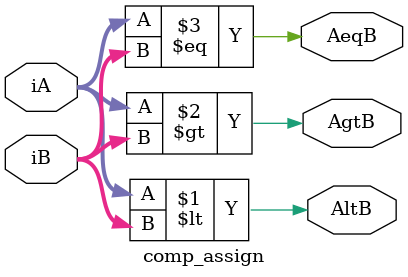
<source format=v>
module comp_assign(iA, iB, AgtB, AltB, AeqB);
input [3:0] iA, iB;
output AgtB, AltB, AeqB;
assign AltB= (iA < iB);
assign AgtB= (iA > iB);
assign AeqB= (iA == iB);
endmodule
</source>
